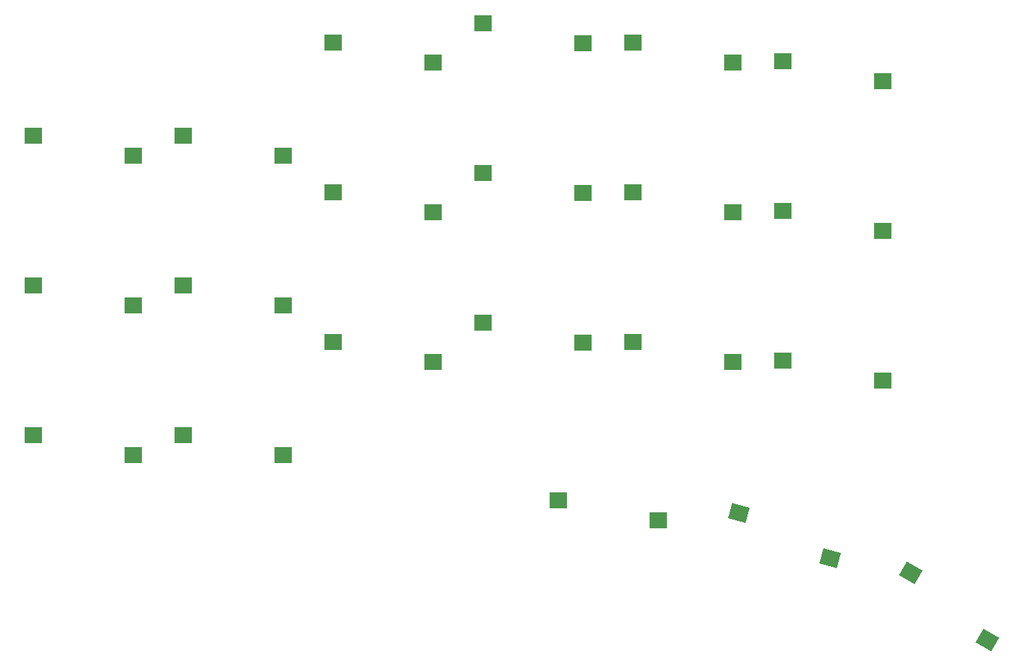
<source format=gtp>
G04 #@! TF.GenerationSoftware,KiCad,Pcbnew,8.0.4*
G04 #@! TF.CreationDate,2024-09-23T05:23:03+03:00*
G04 #@! TF.ProjectId,muikku42,6d75696b-6b75-4343-922e-6b696361645f,rev?*
G04 #@! TF.SameCoordinates,Original*
G04 #@! TF.FileFunction,Paste,Top*
G04 #@! TF.FilePolarity,Positive*
%FSLAX46Y46*%
G04 Gerber Fmt 4.6, Leading zero omitted, Abs format (unit mm)*
G04 Created by KiCad (PCBNEW 8.0.4) date 2024-09-23 05:23:03*
%MOMM*%
%LPD*%
G01*
G04 APERTURE LIST*
G04 Aperture macros list*
%AMRotRect*
0 Rectangle, with rotation*
0 The origin of the aperture is its center*
0 $1 length*
0 $2 width*
0 $3 Rotation angle, in degrees counterclockwise*
0 Add horizontal line*
21,1,$1,$2,0,0,$3*%
G04 Aperture macros list end*
%ADD10R,2.300000X2.000000*%
%ADD11RotRect,2.300000X2.000000X150.000000*%
%ADD12RotRect,2.300000X2.000000X165.000000*%
G04 APERTURE END LIST*
D10*
G04 #@! TO.C,S18*
X168925000Y-93860625D03*
X156225000Y-91320625D03*
G04 #@! TD*
G04 #@! TO.C,S2*
X92725000Y-86716875D03*
X80025000Y-84176875D03*
G04 #@! TD*
D11*
G04 #@! TO.C,S12*
X201264678Y-129293779D03*
X191536155Y-120744075D03*
G04 #@! TD*
D10*
G04 #@! TO.C,S3*
X92725000Y-105766875D03*
X80025000Y-103226875D03*
G04 #@! TD*
G04 #@! TO.C,S4*
X159400000Y-114033750D03*
X146700000Y-111493750D03*
G04 #@! TD*
G04 #@! TO.C,S19*
X187975000Y-58141875D03*
X175275000Y-55601875D03*
G04 #@! TD*
G04 #@! TO.C,S21*
X187975000Y-96241875D03*
X175275000Y-93701875D03*
G04 #@! TD*
G04 #@! TO.C,S9*
X130825000Y-55760625D03*
X118125000Y-53220625D03*
G04 #@! TD*
G04 #@! TO.C,S10*
X130825000Y-74810625D03*
X118125000Y-72270625D03*
G04 #@! TD*
G04 #@! TO.C,S6*
X111775000Y-86716875D03*
X99075000Y-84176875D03*
G04 #@! TD*
D12*
G04 #@! TO.C,S8*
X181260484Y-118847770D03*
X169650626Y-113107316D03*
G04 #@! TD*
D10*
G04 #@! TO.C,S7*
X111775000Y-105766875D03*
X99075000Y-103226875D03*
G04 #@! TD*
G04 #@! TO.C,S14*
X149875000Y-72429375D03*
X137175000Y-69889375D03*
G04 #@! TD*
G04 #@! TO.C,S20*
X187975000Y-77191875D03*
X175275000Y-74651875D03*
G04 #@! TD*
G04 #@! TO.C,S1*
X92725000Y-67666875D03*
X80025000Y-65126875D03*
G04 #@! TD*
G04 #@! TO.C,S13*
X149875000Y-53379375D03*
X137175000Y-50839375D03*
G04 #@! TD*
G04 #@! TO.C,S5*
X111775000Y-67666875D03*
X99075000Y-65126875D03*
G04 #@! TD*
G04 #@! TO.C,S15*
X149875000Y-91479375D03*
X137175000Y-88939375D03*
G04 #@! TD*
G04 #@! TO.C,S17*
X168925000Y-74810625D03*
X156225000Y-72270625D03*
G04 #@! TD*
G04 #@! TO.C,S11*
X130825000Y-93860625D03*
X118125000Y-91320625D03*
G04 #@! TD*
G04 #@! TO.C,S16*
X168925000Y-55760625D03*
X156225000Y-53220625D03*
G04 #@! TD*
M02*

</source>
